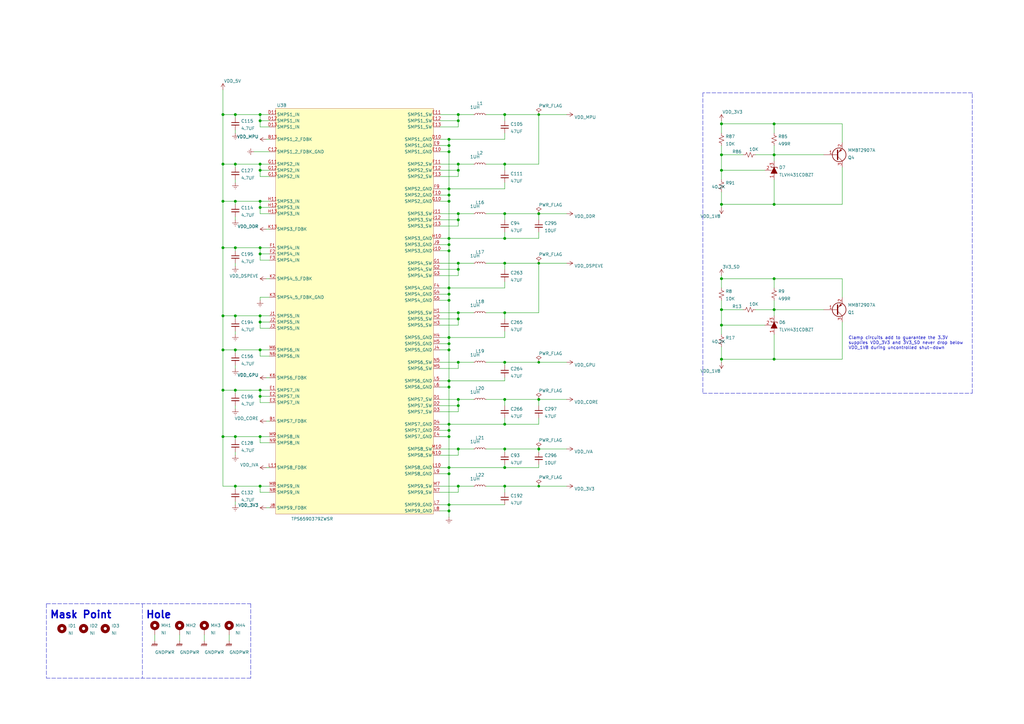
<source format=kicad_sch>
(kicad_sch (version 20210126) (generator eeschema)
  (paper "A3")
  (title_block (title "BeagleBone AI AM57x") (date "2021-01-15") (rev "Kicad-A1") (company "KiCad Services Corporation"))
  (junction (at 91.44 46.99) (diameter 1.016))
  (junction (at 91.44 67.31) (diameter 1.016))
  (junction (at 91.44 82.55) (diameter 1.016))
  (junction (at 91.44 101.6) (diameter 1.016))
  (junction (at 91.44 129.54) (diameter 1.016))
  (junction (at 91.44 143.51) (diameter 1.016))
  (junction (at 91.44 160.02) (diameter 1.016))
  (junction (at 91.44 179.07) (diameter 1.016))
  (junction (at 96.52 46.99) (diameter 1.016))
  (junction (at 96.52 67.31) (diameter 1.016))
  (junction (at 96.52 82.55) (diameter 1.016))
  (junction (at 96.52 101.6) (diameter 1.016))
  (junction (at 96.52 129.54) (diameter 1.016))
  (junction (at 96.52 143.51) (diameter 1.016))
  (junction (at 96.52 160.02) (diameter 1.016))
  (junction (at 96.52 179.07) (diameter 1.016))
  (junction (at 96.52 199.39) (diameter 1.016))
  (junction (at 106.68 46.99) (diameter 1.016))
  (junction (at 106.68 49.53) (diameter 1.016))
  (junction (at 106.68 67.31) (diameter 1.016))
  (junction (at 106.68 69.85) (diameter 1.016))
  (junction (at 106.68 82.55) (diameter 1.016))
  (junction (at 106.68 85.09) (diameter 1.016))
  (junction (at 106.68 101.6) (diameter 1.016))
  (junction (at 106.68 104.14) (diameter 1.016))
  (junction (at 106.68 129.54) (diameter 1.016))
  (junction (at 106.68 132.08) (diameter 1.016))
  (junction (at 106.68 143.51) (diameter 1.016))
  (junction (at 106.68 160.02) (diameter 1.016))
  (junction (at 106.68 162.56) (diameter 1.016))
  (junction (at 106.68 179.07) (diameter 1.016))
  (junction (at 106.68 199.39) (diameter 1.016))
  (junction (at 184.15 57.15) (diameter 1.016))
  (junction (at 184.15 59.69) (diameter 1.016))
  (junction (at 184.15 62.23) (diameter 1.016))
  (junction (at 184.15 77.47) (diameter 1.016))
  (junction (at 184.15 80.01) (diameter 1.016))
  (junction (at 184.15 82.55) (diameter 1.016))
  (junction (at 184.15 97.79) (diameter 1.016))
  (junction (at 184.15 100.33) (diameter 1.016))
  (junction (at 184.15 102.87) (diameter 1.016))
  (junction (at 184.15 118.11) (diameter 1.016))
  (junction (at 184.15 120.65) (diameter 1.016))
  (junction (at 184.15 123.19) (diameter 1.016))
  (junction (at 184.15 138.43) (diameter 1.016))
  (junction (at 184.15 140.97) (diameter 1.016))
  (junction (at 184.15 143.51) (diameter 1.016))
  (junction (at 184.15 156.21) (diameter 1.016))
  (junction (at 184.15 158.75) (diameter 1.016))
  (junction (at 184.15 173.99) (diameter 1.016))
  (junction (at 184.15 176.53) (diameter 1.016))
  (junction (at 184.15 179.07) (diameter 1.016))
  (junction (at 184.15 191.77) (diameter 1.016))
  (junction (at 184.15 194.31) (diameter 1.016))
  (junction (at 184.15 207.01) (diameter 1.016))
  (junction (at 184.15 209.55) (diameter 1.016))
  (junction (at 187.96 46.99) (diameter 1.016))
  (junction (at 187.96 49.53) (diameter 1.016))
  (junction (at 187.96 67.31) (diameter 1.016))
  (junction (at 187.96 69.85) (diameter 1.016))
  (junction (at 187.96 87.63) (diameter 1.016))
  (junction (at 187.96 90.17) (diameter 1.016))
  (junction (at 187.96 107.95) (diameter 1.016))
  (junction (at 187.96 110.49) (diameter 1.016))
  (junction (at 187.96 128.27) (diameter 1.016))
  (junction (at 187.96 130.81) (diameter 1.016))
  (junction (at 187.96 148.59) (diameter 1.016))
  (junction (at 187.96 163.83) (diameter 1.016))
  (junction (at 187.96 166.37) (diameter 1.016))
  (junction (at 187.96 184.15) (diameter 1.016))
  (junction (at 187.96 199.39) (diameter 1.016))
  (junction (at 207.01 46.99) (diameter 1.016))
  (junction (at 207.01 67.31) (diameter 1.016))
  (junction (at 207.01 87.63) (diameter 1.016))
  (junction (at 207.01 97.79) (diameter 1.016))
  (junction (at 207.01 107.95) (diameter 1.016))
  (junction (at 207.01 128.27) (diameter 1.016))
  (junction (at 207.01 148.59) (diameter 1.016))
  (junction (at 207.01 163.83) (diameter 1.016))
  (junction (at 207.01 173.99) (diameter 1.016))
  (junction (at 207.01 184.15) (diameter 1.016))
  (junction (at 207.01 191.77) (diameter 1.016))
  (junction (at 207.01 199.39) (diameter 1.016))
  (junction (at 220.98 46.99) (diameter 0.9144))
  (junction (at 220.98 87.63) (diameter 1.016))
  (junction (at 220.98 107.95) (diameter 0.9144))
  (junction (at 220.98 148.59) (diameter 0.9144))
  (junction (at 220.98 163.83) (diameter 1.016))
  (junction (at 220.98 184.15) (diameter 1.016))
  (junction (at 220.98 199.39) (diameter 0.9144))
  (junction (at 295.91 50.8) (diameter 1.016))
  (junction (at 295.91 63.5) (diameter 1.016))
  (junction (at 295.91 69.85) (diameter 1.016))
  (junction (at 295.91 83.82) (diameter 1.016))
  (junction (at 295.91 114.3) (diameter 1.016))
  (junction (at 295.91 127) (diameter 1.016))
  (junction (at 295.91 133.35) (diameter 1.016))
  (junction (at 295.91 147.32) (diameter 1.016))
  (junction (at 317.5 50.8) (diameter 1.016))
  (junction (at 317.5 63.5) (diameter 1.016))
  (junction (at 317.5 83.82) (diameter 1.016))
  (junction (at 317.5 114.3) (diameter 1.016))
  (junction (at 317.5 127) (diameter 1.016))
  (junction (at 317.5 147.32) (diameter 1.016))
  (wire (pts (xy 63.5 260.35) (xy 63.5 262.89)))
  (wire (pts (xy 73.66 260.35) (xy 73.66 262.89)))
  (wire (pts (xy 83.82 260.35) (xy 83.82 262.89)))
  (wire (pts (xy 91.44 46.99) (xy 91.44 36.83)))
  (wire (pts (xy 91.44 67.31) (xy 91.44 46.99)))
  (wire (pts (xy 91.44 82.55) (xy 91.44 67.31)))
  (wire (pts (xy 91.44 101.6) (xy 91.44 82.55)))
  (wire (pts (xy 91.44 129.54) (xy 91.44 101.6)))
  (wire (pts (xy 91.44 143.51) (xy 91.44 129.54)))
  (wire (pts (xy 91.44 160.02) (xy 91.44 143.51)))
  (wire (pts (xy 91.44 179.07) (xy 91.44 160.02)))
  (wire (pts (xy 91.44 199.39) (xy 91.44 179.07)))
  (wire (pts (xy 93.98 260.35) (xy 93.98 262.89)))
  (wire (pts (xy 96.52 46.99) (xy 91.44 46.99)))
  (wire (pts (xy 96.52 46.99) (xy 96.52 48.26)))
  (wire (pts (xy 96.52 53.34) (xy 96.52 54.61)))
  (wire (pts (xy 96.52 67.31) (xy 91.44 67.31)))
  (wire (pts (xy 96.52 67.31) (xy 96.52 68.58)))
  (wire (pts (xy 96.52 73.66) (xy 96.52 74.93)))
  (wire (pts (xy 96.52 82.55) (xy 91.44 82.55)))
  (wire (pts (xy 96.52 82.55) (xy 96.52 83.82)))
  (wire (pts (xy 96.52 88.9) (xy 96.52 90.17)))
  (wire (pts (xy 96.52 101.6) (xy 91.44 101.6)))
  (wire (pts (xy 96.52 101.6) (xy 96.52 102.87)))
  (wire (pts (xy 96.52 107.95) (xy 96.52 109.22)))
  (wire (pts (xy 96.52 129.54) (xy 91.44 129.54)))
  (wire (pts (xy 96.52 129.54) (xy 96.52 130.81)))
  (wire (pts (xy 96.52 135.89) (xy 96.52 137.16)))
  (wire (pts (xy 96.52 143.51) (xy 91.44 143.51)))
  (wire (pts (xy 96.52 143.51) (xy 96.52 144.78)))
  (wire (pts (xy 96.52 149.86) (xy 96.52 151.13)))
  (wire (pts (xy 96.52 160.02) (xy 91.44 160.02)))
  (wire (pts (xy 96.52 160.02) (xy 96.52 161.29)))
  (wire (pts (xy 96.52 166.37) (xy 96.52 167.64)))
  (wire (pts (xy 96.52 179.07) (xy 91.44 179.07)))
  (wire (pts (xy 96.52 179.07) (xy 96.52 180.34)))
  (wire (pts (xy 96.52 185.42) (xy 96.52 186.69)))
  (wire (pts (xy 96.52 199.39) (xy 91.44 199.39)))
  (wire (pts (xy 96.52 199.39) (xy 96.52 200.66)))
  (wire (pts (xy 96.52 205.74) (xy 96.52 207.01)))
  (wire (pts (xy 104.14 62.23) (xy 110.49 62.23)))
  (wire (pts (xy 106.68 46.99) (xy 96.52 46.99)))
  (wire (pts (xy 106.68 49.53) (xy 106.68 46.99)))
  (wire (pts (xy 106.68 49.53) (xy 110.49 49.53)))
  (wire (pts (xy 106.68 52.07) (xy 106.68 49.53)))
  (wire (pts (xy 106.68 67.31) (xy 96.52 67.31)))
  (wire (pts (xy 106.68 69.85) (xy 106.68 67.31)))
  (wire (pts (xy 106.68 69.85) (xy 110.49 69.85)))
  (wire (pts (xy 106.68 72.39) (xy 106.68 69.85)))
  (wire (pts (xy 106.68 82.55) (xy 96.52 82.55)))
  (wire (pts (xy 106.68 85.09) (xy 106.68 82.55)))
  (wire (pts (xy 106.68 85.09) (xy 110.49 85.09)))
  (wire (pts (xy 106.68 87.63) (xy 106.68 85.09)))
  (wire (pts (xy 106.68 101.6) (xy 96.52 101.6)))
  (wire (pts (xy 106.68 104.14) (xy 106.68 101.6)))
  (wire (pts (xy 106.68 104.14) (xy 110.49 104.14)))
  (wire (pts (xy 106.68 106.68) (xy 106.68 104.14)))
  (wire (pts (xy 106.68 121.92) (xy 106.68 123.19)))
  (wire (pts (xy 106.68 129.54) (xy 96.52 129.54)))
  (wire (pts (xy 106.68 132.08) (xy 106.68 129.54)))
  (wire (pts (xy 106.68 132.08) (xy 110.49 132.08)))
  (wire (pts (xy 106.68 134.62) (xy 106.68 132.08)))
  (wire (pts (xy 106.68 143.51) (xy 96.52 143.51)))
  (wire (pts (xy 106.68 146.05) (xy 106.68 143.51)))
  (wire (pts (xy 106.68 160.02) (xy 96.52 160.02)))
  (wire (pts (xy 106.68 162.56) (xy 106.68 160.02)))
  (wire (pts (xy 106.68 162.56) (xy 110.49 162.56)))
  (wire (pts (xy 106.68 165.1) (xy 106.68 162.56)))
  (wire (pts (xy 106.68 179.07) (xy 96.52 179.07)))
  (wire (pts (xy 106.68 181.61) (xy 106.68 179.07)))
  (wire (pts (xy 106.68 199.39) (xy 96.52 199.39)))
  (wire (pts (xy 106.68 201.93) (xy 106.68 199.39)))
  (wire (pts (xy 109.22 57.15) (xy 110.49 57.15)))
  (wire (pts (xy 109.22 93.98) (xy 110.49 93.98)))
  (wire (pts (xy 109.22 114.3) (xy 110.49 114.3)))
  (wire (pts (xy 109.22 154.94) (xy 110.49 154.94)))
  (wire (pts (xy 109.22 172.72) (xy 110.49 172.72)))
  (wire (pts (xy 109.22 191.77) (xy 110.49 191.77)))
  (wire (pts (xy 109.22 208.28) (xy 110.49 208.28)))
  (wire (pts (xy 110.49 46.99) (xy 106.68 46.99)))
  (wire (pts (xy 110.49 52.07) (xy 106.68 52.07)))
  (wire (pts (xy 110.49 67.31) (xy 106.68 67.31)))
  (wire (pts (xy 110.49 72.39) (xy 106.68 72.39)))
  (wire (pts (xy 110.49 82.55) (xy 106.68 82.55)))
  (wire (pts (xy 110.49 87.63) (xy 106.68 87.63)))
  (wire (pts (xy 110.49 101.6) (xy 106.68 101.6)))
  (wire (pts (xy 110.49 106.68) (xy 106.68 106.68)))
  (wire (pts (xy 110.49 121.92) (xy 106.68 121.92)))
  (wire (pts (xy 110.49 129.54) (xy 106.68 129.54)))
  (wire (pts (xy 110.49 134.62) (xy 106.68 134.62)))
  (wire (pts (xy 110.49 143.51) (xy 106.68 143.51)))
  (wire (pts (xy 110.49 146.05) (xy 106.68 146.05)))
  (wire (pts (xy 110.49 160.02) (xy 106.68 160.02)))
  (wire (pts (xy 110.49 165.1) (xy 106.68 165.1)))
  (wire (pts (xy 110.49 179.07) (xy 106.68 179.07)))
  (wire (pts (xy 110.49 181.61) (xy 106.68 181.61)))
  (wire (pts (xy 110.49 199.39) (xy 106.68 199.39)))
  (wire (pts (xy 110.49 201.93) (xy 106.68 201.93)))
  (wire (pts (xy 180.34 46.99) (xy 187.96 46.99)))
  (wire (pts (xy 180.34 49.53) (xy 187.96 49.53)))
  (wire (pts (xy 180.34 52.07) (xy 187.96 52.07)))
  (wire (pts (xy 180.34 57.15) (xy 184.15 57.15)))
  (wire (pts (xy 180.34 59.69) (xy 184.15 59.69)))
  (wire (pts (xy 180.34 62.23) (xy 184.15 62.23)))
  (wire (pts (xy 180.34 67.31) (xy 187.96 67.31)))
  (wire (pts (xy 180.34 69.85) (xy 187.96 69.85)))
  (wire (pts (xy 180.34 72.39) (xy 187.96 72.39)))
  (wire (pts (xy 180.34 77.47) (xy 184.15 77.47)))
  (wire (pts (xy 180.34 80.01) (xy 184.15 80.01)))
  (wire (pts (xy 180.34 82.55) (xy 184.15 82.55)))
  (wire (pts (xy 180.34 87.63) (xy 187.96 87.63)))
  (wire (pts (xy 180.34 90.17) (xy 187.96 90.17)))
  (wire (pts (xy 180.34 92.71) (xy 187.96 92.71)))
  (wire (pts (xy 180.34 97.79) (xy 184.15 97.79)))
  (wire (pts (xy 180.34 100.33) (xy 184.15 100.33)))
  (wire (pts (xy 180.34 102.87) (xy 184.15 102.87)))
  (wire (pts (xy 180.34 107.95) (xy 187.96 107.95)))
  (wire (pts (xy 180.34 110.49) (xy 187.96 110.49)))
  (wire (pts (xy 180.34 113.03) (xy 187.96 113.03)))
  (wire (pts (xy 180.34 118.11) (xy 184.15 118.11)))
  (wire (pts (xy 180.34 120.65) (xy 184.15 120.65)))
  (wire (pts (xy 180.34 123.19) (xy 184.15 123.19)))
  (wire (pts (xy 180.34 128.27) (xy 187.96 128.27)))
  (wire (pts (xy 180.34 130.81) (xy 187.96 130.81)))
  (wire (pts (xy 180.34 133.35) (xy 187.96 133.35)))
  (wire (pts (xy 180.34 138.43) (xy 184.15 138.43)))
  (wire (pts (xy 180.34 140.97) (xy 184.15 140.97)))
  (wire (pts (xy 180.34 143.51) (xy 184.15 143.51)))
  (wire (pts (xy 180.34 148.59) (xy 187.96 148.59)))
  (wire (pts (xy 180.34 151.13) (xy 187.96 151.13)))
  (wire (pts (xy 180.34 156.21) (xy 184.15 156.21)))
  (wire (pts (xy 180.34 158.75) (xy 184.15 158.75)))
  (wire (pts (xy 180.34 163.83) (xy 187.96 163.83)))
  (wire (pts (xy 180.34 166.37) (xy 187.96 166.37)))
  (wire (pts (xy 180.34 168.91) (xy 187.96 168.91)))
  (wire (pts (xy 180.34 173.99) (xy 184.15 173.99)))
  (wire (pts (xy 180.34 176.53) (xy 184.15 176.53)))
  (wire (pts (xy 180.34 179.07) (xy 184.15 179.07)))
  (wire (pts (xy 180.34 184.15) (xy 187.96 184.15)))
  (wire (pts (xy 180.34 186.69) (xy 187.96 186.69)))
  (wire (pts (xy 180.34 191.77) (xy 184.15 191.77)))
  (wire (pts (xy 180.34 194.31) (xy 184.15 194.31)))
  (wire (pts (xy 180.34 199.39) (xy 187.96 199.39)))
  (wire (pts (xy 180.34 201.93) (xy 187.96 201.93)))
  (wire (pts (xy 180.34 207.01) (xy 184.15 207.01)))
  (wire (pts (xy 180.34 209.55) (xy 184.15 209.55)))
  (wire (pts (xy 184.15 57.15) (xy 184.15 59.69)))
  (wire (pts (xy 184.15 57.15) (xy 207.01 57.15)))
  (wire (pts (xy 184.15 59.69) (xy 184.15 62.23)))
  (wire (pts (xy 184.15 62.23) (xy 184.15 77.47)))
  (wire (pts (xy 184.15 77.47) (xy 184.15 80.01)))
  (wire (pts (xy 184.15 80.01) (xy 184.15 82.55)))
  (wire (pts (xy 184.15 82.55) (xy 184.15 97.79)))
  (wire (pts (xy 184.15 97.79) (xy 184.15 100.33)))
  (wire (pts (xy 184.15 97.79) (xy 207.01 97.79)))
  (wire (pts (xy 184.15 100.33) (xy 184.15 102.87)))
  (wire (pts (xy 184.15 102.87) (xy 184.15 118.11)))
  (wire (pts (xy 184.15 118.11) (xy 184.15 120.65)))
  (wire (pts (xy 184.15 118.11) (xy 207.01 118.11)))
  (wire (pts (xy 184.15 120.65) (xy 184.15 123.19)))
  (wire (pts (xy 184.15 123.19) (xy 184.15 138.43)))
  (wire (pts (xy 184.15 138.43) (xy 184.15 140.97)))
  (wire (pts (xy 184.15 138.43) (xy 207.01 138.43)))
  (wire (pts (xy 184.15 140.97) (xy 184.15 143.51)))
  (wire (pts (xy 184.15 143.51) (xy 184.15 156.21)))
  (wire (pts (xy 184.15 156.21) (xy 184.15 158.75)))
  (wire (pts (xy 184.15 156.21) (xy 207.01 156.21)))
  (wire (pts (xy 184.15 158.75) (xy 184.15 173.99)))
  (wire (pts (xy 184.15 173.99) (xy 184.15 176.53)))
  (wire (pts (xy 184.15 173.99) (xy 207.01 173.99)))
  (wire (pts (xy 184.15 176.53) (xy 184.15 179.07)))
  (wire (pts (xy 184.15 179.07) (xy 184.15 191.77)))
  (wire (pts (xy 184.15 191.77) (xy 184.15 194.31)))
  (wire (pts (xy 184.15 191.77) (xy 207.01 191.77)))
  (wire (pts (xy 184.15 194.31) (xy 184.15 207.01)))
  (wire (pts (xy 184.15 207.01) (xy 207.01 207.01)))
  (wire (pts (xy 184.15 209.55) (xy 184.15 207.01)))
  (wire (pts (xy 184.15 209.55) (xy 184.15 212.09)))
  (wire (pts (xy 187.96 46.99) (xy 194.31 46.99)))
  (wire (pts (xy 187.96 49.53) (xy 187.96 46.99)))
  (wire (pts (xy 187.96 52.07) (xy 187.96 49.53)))
  (wire (pts (xy 187.96 67.31) (xy 194.31 67.31)))
  (wire (pts (xy 187.96 69.85) (xy 187.96 67.31)))
  (wire (pts (xy 187.96 72.39) (xy 187.96 69.85)))
  (wire (pts (xy 187.96 87.63) (xy 194.31 87.63)))
  (wire (pts (xy 187.96 90.17) (xy 187.96 87.63)))
  (wire (pts (xy 187.96 92.71) (xy 187.96 90.17)))
  (wire (pts (xy 187.96 107.95) (xy 194.31 107.95)))
  (wire (pts (xy 187.96 110.49) (xy 187.96 107.95)))
  (wire (pts (xy 187.96 113.03) (xy 187.96 110.49)))
  (wire (pts (xy 187.96 128.27) (xy 194.31 128.27)))
  (wire (pts (xy 187.96 130.81) (xy 187.96 128.27)))
  (wire (pts (xy 187.96 133.35) (xy 187.96 130.81)))
  (wire (pts (xy 187.96 148.59) (xy 194.31 148.59)))
  (wire (pts (xy 187.96 151.13) (xy 187.96 148.59)))
  (wire (pts (xy 187.96 163.83) (xy 194.31 163.83)))
  (wire (pts (xy 187.96 166.37) (xy 187.96 163.83)))
  (wire (pts (xy 187.96 168.91) (xy 187.96 166.37)))
  (wire (pts (xy 187.96 184.15) (xy 194.31 184.15)))
  (wire (pts (xy 187.96 186.69) (xy 187.96 184.15)))
  (wire (pts (xy 187.96 199.39) (xy 194.31 199.39)))
  (wire (pts (xy 187.96 201.93) (xy 187.96 199.39)))
  (wire (pts (xy 199.39 46.99) (xy 207.01 46.99)))
  (wire (pts (xy 199.39 67.31) (xy 207.01 67.31)))
  (wire (pts (xy 199.39 87.63) (xy 207.01 87.63)))
  (wire (pts (xy 199.39 107.95) (xy 207.01 107.95)))
  (wire (pts (xy 199.39 128.27) (xy 207.01 128.27)))
  (wire (pts (xy 199.39 148.59) (xy 207.01 148.59)))
  (wire (pts (xy 199.39 163.83) (xy 207.01 163.83)))
  (wire (pts (xy 199.39 184.15) (xy 207.01 184.15)))
  (wire (pts (xy 199.39 199.39) (xy 207.01 199.39)))
  (wire (pts (xy 207.01 46.99) (xy 207.01 49.53)))
  (wire (pts (xy 207.01 46.99) (xy 220.98 46.99)))
  (wire (pts (xy 207.01 57.15) (xy 207.01 54.61)))
  (wire (pts (xy 207.01 67.31) (xy 207.01 69.85)))
  (wire (pts (xy 207.01 67.31) (xy 220.98 67.31)))
  (wire (pts (xy 207.01 74.93) (xy 207.01 77.47)))
  (wire (pts (xy 207.01 77.47) (xy 184.15 77.47)))
  (wire (pts (xy 207.01 87.63) (xy 207.01 90.17)))
  (wire (pts (xy 207.01 87.63) (xy 220.98 87.63)))
  (wire (pts (xy 207.01 95.25) (xy 207.01 97.79)))
  (wire (pts (xy 207.01 107.95) (xy 207.01 110.49)))
  (wire (pts (xy 207.01 107.95) (xy 220.98 107.95)))
  (wire (pts (xy 207.01 118.11) (xy 207.01 115.57)))
  (wire (pts (xy 207.01 128.27) (xy 207.01 130.81)))
  (wire (pts (xy 207.01 128.27) (xy 220.98 128.27)))
  (wire (pts (xy 207.01 138.43) (xy 207.01 135.89)))
  (wire (pts (xy 207.01 148.59) (xy 207.01 149.86)))
  (wire (pts (xy 207.01 148.59) (xy 220.98 148.59)))
  (wire (pts (xy 207.01 154.94) (xy 207.01 156.21)))
  (wire (pts (xy 207.01 163.83) (xy 207.01 166.37)))
  (wire (pts (xy 207.01 163.83) (xy 220.98 163.83)))
  (wire (pts (xy 207.01 173.99) (xy 207.01 171.45)))
  (wire (pts (xy 207.01 184.15) (xy 207.01 185.42)))
  (wire (pts (xy 207.01 184.15) (xy 220.98 184.15)))
  (wire (pts (xy 207.01 190.5) (xy 207.01 191.77)))
  (wire (pts (xy 207.01 199.39) (xy 207.01 201.93)))
  (wire (pts (xy 207.01 199.39) (xy 220.98 199.39)))
  (wire (pts (xy 220.98 46.99) (xy 220.98 67.31)))
  (wire (pts (xy 220.98 46.99) (xy 232.41 46.99)))
  (wire (pts (xy 220.98 87.63) (xy 220.98 90.17)))
  (wire (pts (xy 220.98 87.63) (xy 232.41 87.63)))
  (wire (pts (xy 220.98 95.25) (xy 220.98 97.79)))
  (wire (pts (xy 220.98 97.79) (xy 207.01 97.79)))
  (wire (pts (xy 220.98 107.95) (xy 232.41 107.95)))
  (wire (pts (xy 220.98 128.27) (xy 220.98 107.95)))
  (wire (pts (xy 220.98 148.59) (xy 232.41 148.59)))
  (wire (pts (xy 220.98 163.83) (xy 220.98 166.37)))
  (wire (pts (xy 220.98 163.83) (xy 232.41 163.83)))
  (wire (pts (xy 220.98 171.45) (xy 220.98 173.99)))
  (wire (pts (xy 220.98 173.99) (xy 207.01 173.99)))
  (wire (pts (xy 220.98 184.15) (xy 220.98 185.42)))
  (wire (pts (xy 220.98 184.15) (xy 232.41 184.15)))
  (wire (pts (xy 220.98 190.5) (xy 220.98 191.77)))
  (wire (pts (xy 220.98 191.77) (xy 207.01 191.77)))
  (wire (pts (xy 220.98 199.39) (xy 232.41 199.39)))
  (wire (pts (xy 295.91 49.53) (xy 295.91 50.8)))
  (wire (pts (xy 295.91 50.8) (xy 295.91 54.61)))
  (wire (pts (xy 295.91 59.69) (xy 295.91 63.5)))
  (wire (pts (xy 295.91 63.5) (xy 295.91 69.85)))
  (wire (pts (xy 295.91 63.5) (xy 304.8 63.5)))
  (wire (pts (xy 295.91 69.85) (xy 295.91 73.66)))
  (wire (pts (xy 295.91 69.85) (xy 313.69 69.85)))
  (wire (pts (xy 295.91 83.82) (xy 295.91 78.74)))
  (wire (pts (xy 295.91 83.82) (xy 295.91 85.09)))
  (wire (pts (xy 295.91 113.03) (xy 295.91 114.3)))
  (wire (pts (xy 295.91 114.3) (xy 295.91 118.11)))
  (wire (pts (xy 295.91 123.19) (xy 295.91 127)))
  (wire (pts (xy 295.91 127) (xy 295.91 133.35)))
  (wire (pts (xy 295.91 127) (xy 304.8 127)))
  (wire (pts (xy 295.91 133.35) (xy 295.91 137.16)))
  (wire (pts (xy 295.91 133.35) (xy 313.69 133.35)))
  (wire (pts (xy 295.91 147.32) (xy 295.91 142.24)))
  (wire (pts (xy 295.91 147.32) (xy 295.91 148.59)))
  (wire (pts (xy 309.88 63.5) (xy 317.5 63.5)))
  (wire (pts (xy 309.88 127) (xy 317.5 127)))
  (wire (pts (xy 317.5 50.8) (xy 295.91 50.8)))
  (wire (pts (xy 317.5 54.61) (xy 317.5 50.8)))
  (wire (pts (xy 317.5 63.5) (xy 317.5 59.69)))
  (wire (pts (xy 317.5 63.5) (xy 317.5 66.04)))
  (wire (pts (xy 317.5 63.5) (xy 337.82 63.5)))
  (wire (pts (xy 317.5 73.66) (xy 317.5 83.82)))
  (wire (pts (xy 317.5 83.82) (xy 295.91 83.82)))
  (wire (pts (xy 317.5 114.3) (xy 295.91 114.3)))
  (wire (pts (xy 317.5 118.11) (xy 317.5 114.3)))
  (wire (pts (xy 317.5 127) (xy 317.5 123.19)))
  (wire (pts (xy 317.5 127) (xy 317.5 129.54)))
  (wire (pts (xy 317.5 127) (xy 337.82 127)))
  (wire (pts (xy 317.5 137.16) (xy 317.5 147.32)))
  (wire (pts (xy 317.5 147.32) (xy 295.91 147.32)))
  (wire (pts (xy 345.44 50.8) (xy 317.5 50.8)))
  (wire (pts (xy 345.44 58.42) (xy 345.44 50.8)))
  (wire (pts (xy 345.44 68.58) (xy 345.44 83.82)))
  (wire (pts (xy 345.44 83.82) (xy 317.5 83.82)))
  (wire (pts (xy 345.44 114.3) (xy 317.5 114.3)))
  (wire (pts (xy 345.44 121.92) (xy 345.44 114.3)))
  (wire (pts (xy 345.44 132.08) (xy 345.44 147.32)))
  (wire (pts (xy 345.44 147.32) (xy 317.5 147.32)))
  (polyline (pts (xy 19.05 247.65) (xy 19.05 278.13)) (stroke (width 0) (type dash)))
  (polyline (pts (xy 19.05 247.65) (xy 102.87 247.65)) (stroke (width 0) (type dash)))
  (polyline (pts (xy 58.42 247.65) (xy 58.42 278.13)) (stroke (width 0) (type dash)))
  (polyline (pts (xy 102.87 247.65) (xy 102.87 278.13)) (stroke (width 0) (type dash)))
  (polyline (pts (xy 102.87 278.13) (xy 19.05 278.13)) (stroke (width 0) (type dash)))
  (polyline (pts (xy 288.29 38.1) (xy 288.29 161.29)) (stroke (width 0) (type dash)))
  (polyline (pts (xy 288.29 161.29) (xy 398.78 161.29)) (stroke (width 0) (type dash)))
  (polyline (pts (xy 398.78 38.1) (xy 288.29 38.1)) (stroke (width 0) (type dash)))
  (polyline (pts (xy 398.78 161.29) (xy 398.78 38.1)) (stroke (width 0) (type dash)))
  (text "Mask Point" (at 20.32 254 0) (effects (font (size 3 3) (thickness 0.6) bold) (justify left bottom)))
  (text "Hole" (at 59.69 254 0) (effects (font (size 3 3) (thickness 0.6) bold) (justify left bottom)))
  (text "Clamp circuits add to guarantee the 3.3V\nsupplies VDD_3V3 and 3V3_SD never drop below\nVDD_1V8 during uncontrolled shut-down" (at 347.98 143.51 0) (effects (font (size 1.27 1.27)) (justify left bottom)))
  (symbol (lib_id "Device:L_Small") (at 196.85 46.99 90) (unit 1)
    (property "Reference" "L1" (at 196.85 42.399 90))
    (property "Value" "1UH" (at 196.85 44.6975 90) (effects (justify left top)))
    (property "Footprint" "beaglebone-ai:L40X40_B" (effects hide))
    (property "Description" "Power Inductor,Magnetic shielded,1uH,idc4.5A,27mohm,4.3x4.0x2.0mm,20%,SMD,TR" (effects hide))
    (property "Manufacturer P/N" "SP04O203M1U" (effects hide))
    (property "MANUFACTURER" "GAUSSTEK" (effects hide))
  )
  (symbol (lib_id "Device:L_Small") (at 196.85 67.31 90) (unit 1)
    (property "Reference" "L2" (at 196.85 62.719 90))
    (property "Value" "1UH" (at 196.85 65.0175 90) (effects (justify left top)))
    (property "Footprint" "beaglebone-ai:L40X40_B" (effects hide))
    (property "Description" "Power Inductor,Magnetic shielded,1uH,idc4.5A,27mohm,4.3x4.0x2.0mm,20%,SMD,TR" (effects hide))
    (property "Manufacturer P/N" "SP04O203M1U" (effects hide))
    (property "MANUFACTURER" "GAUSSTEK" (effects hide))
  )
  (symbol (lib_id "Device:L_Small") (at 196.85 87.63 90) (unit 1)
    (property "Reference" "L16" (at 196.85 83.039 90))
    (property "Value" "1UH" (at 196.85 85.3375 90) (effects (justify left top)))
    (property "Footprint" "beaglebone-ai:INDPW250X200X105N" (effects hide))
    (property "Description" "SMD Power Inductors 1uH +/-20%;-25C to +125C SATURATION CURRENT 3.1A;DCR 85m;Size:2.5*2.0*1.05mm " (effects hide))
    (property "Manufacturer P/N" "DI20A102M1U" (effects hide))
    (property "MANUFACTURER" "Gausstek" (effects hide))
  )
  (symbol (lib_id "Device:L_Small") (at 196.85 107.95 90) (unit 1)
    (property "Reference" "L17" (at 196.85 103.359 90))
    (property "Value" "1UH" (at 196.85 105.6575 90) (effects (justify left top)))
    (property "Footprint" "beaglebone-ai:INDPW250X200X105N" (effects hide))
    (property "Description" "SMD Power Inductors 1uH +/-20%;-25C to +125C SATURATION CURRENT 3.1A;DCR 85m;Size:2.5*2.0*1.05mm " (effects hide))
    (property "Manufacturer P/N" "DI20A102M1U" (effects hide))
    (property "MANUFACTURER" "Gausstek" (effects hide))
  )
  (symbol (lib_id "Device:L_Small") (at 196.85 128.27 90) (unit 1)
    (property "Reference" "L18" (at 196.85 123.679 90))
    (property "Value" "1UH" (at 196.85 125.9775 90) (effects (justify left top)))
    (property "Footprint" "beaglebone-ai:INDPW250X200X105N" (effects hide))
    (property "Description" "SMD Power Inductors 1uH +/-20%;-25C to +125C SATURATION CURRENT 3.1A;DCR 85m;Size:2.5*2.0*1.05mm " (effects hide))
    (property "Manufacturer P/N" "DI20A102M1U" (effects hide))
    (property "MANUFACTURER" "Gausstek" (effects hide))
  )
  (symbol (lib_id "Device:L_Small") (at 196.85 148.59 90) (unit 1)
    (property "Reference" "L19" (at 196.85 143.999 90))
    (property "Value" "1UH" (at 196.85 146.2975 90) (effects (justify left top)))
    (property "Footprint" "beaglebone-ai:INDPW250X200X105N" (effects hide))
    (property "Description" "SMD Power Inductors 1uH +/-20%;-25C to +125C SATURATION CURRENT 3.1A;DCR 85m;Size:2.5*2.0*1.05mm " (effects hide))
    (property "Manufacturer P/N" "DI20A102M1U" (effects hide))
    (property "MANUFACTURER" "Gausstek" (effects hide))
  )
  (symbol (lib_id "Device:L_Small") (at 196.85 163.83 90) (unit 1)
    (property "Reference" "L20" (at 196.85 159.239 90))
    (property "Value" "1UH" (at 196.85 161.5375 90) (effects (justify left top)))
    (property "Footprint" "beaglebone-ai:INDPW250X200X105N" (effects hide))
    (property "Description" "SMD Power Inductors 1uH +/-20%;-25C to +125C SATURATION CURRENT 3.1A;DCR 85m;Size:2.5*2.0*1.05mm " (effects hide))
    (property "Manufacturer P/N" "DI20A102M1U" (effects hide))
    (property "MANUFACTURER" "Gausstek" (effects hide))
  )
  (symbol (lib_id "Device:L_Small") (at 196.85 184.15 90) (unit 1)
    (property "Reference" "L21" (at 196.85 179.559 90))
    (property "Value" "1UH" (at 196.85 181.8575 90) (effects (justify left top)))
    (property "Footprint" "beaglebone-ai:INDPW250X200X105N" (effects hide))
    (property "Description" "SMD Power Inductors 1uH +/-20%;-25C to +125C SATURATION CURRENT 3.1A;DCR 85m;Size:2.5*2.0*1.05mm " (effects hide))
    (property "Manufacturer P/N" "DI20A102M1U" (effects hide))
    (property "MANUFACTURER" "Gausstek" (effects hide))
  )
  (symbol (lib_id "Device:L_Small") (at 196.85 199.39 90) (unit 1)
    (property "Reference" "L22" (at 196.85 194.799 90))
    (property "Value" "1UH" (at 196.85 197.0975 90) (effects (justify left top)))
    (property "Footprint" "beaglebone-ai:INDPW250X200X105N" (effects hide))
    (property "Description" "SMD Power Inductors 1uH +/-20%;-25C to +125C SATURATION CURRENT 3.1A;DCR 85m;Size:2.5*2.0*1.05mm " (effects hide))
    (property "Manufacturer P/N" "DI20A102M1U" (effects hide))
    (property "MANUFACTURER" "Gausstek" (effects hide))
  )
  (symbol (lib_id "power:PWR_FLAG") (at 220.98 46.99 0) (unit 1)
    (property "Reference" "#FLG0114" (effects hide))
    (property "Value" "PWR_FLAG" (at 220.98 42.6656 0) (effects (justify left top)))
  )
  (symbol (lib_id "power:PWR_FLAG") (at 220.98 87.63 0) (unit 1)
    (property "Reference" "#FLG0108" (effects hide))
    (property "Value" "PWR_FLAG" (at 220.98 83.3056 0) (effects (justify left top)))
  )
  (symbol (lib_id "power:PWR_FLAG") (at 220.98 107.95 0) (unit 1)
    (property "Reference" "#FLG0109" (effects hide))
    (property "Value" "PWR_FLAG" (at 220.98 103.6256 0) (effects (justify left top)))
  )
  (symbol (lib_id "power:PWR_FLAG") (at 220.98 148.59 0) (unit 1)
    (property "Reference" "#FLG0113" (effects hide))
    (property "Value" "PWR_FLAG" (at 220.98 144.2656 0) (effects (justify left top)))
  )
  (symbol (lib_id "power:PWR_FLAG") (at 220.98 163.83 0) (unit 1)
    (property "Reference" "#FLG0111" (effects hide))
    (property "Value" "PWR_FLAG" (at 220.98 159.5056 0) (effects (justify left top)))
  )
  (symbol (lib_id "power:PWR_FLAG") (at 220.98 184.15 0) (unit 1)
    (property "Reference" "#FLG0112" (effects hide))
    (property "Value" "PWR_FLAG" (at 220.98 179.8256 0) (effects (justify left top)))
  )
  (symbol (lib_id "power:PWR_FLAG") (at 220.98 199.39 0) (unit 1)
    (property "Reference" "#FLG0110" (effects hide))
    (property "Value" "PWR_FLAG" (at 220.98 195.0656 0) (effects (justify left top)))
  )
  (symbol (lib_id "beaglebone-ai:VDD_5V") (at 91.44 36.83 0) (unit 1)
    (property "Reference" "#PWR0122" (effects hide))
    (property "Value" "VDD_5V" (at 91.8083 32.5056 0) (effects (justify left top)))
  )
  (symbol (lib_id "beaglebone-ai:VDD_MPU") (at 109.22 57.15 90) (unit 1)
    (property "Reference" "#PWR0125" (effects hide))
    (property "Value" "VDD_MPU" (at 106.045 56.7817 90) (effects (justify left top)))
  )
  (symbol (lib_id "beaglebone-ai:VDD_DDR") (at 109.22 93.98 90) (unit 1)
    (property "Reference" "#PWR0116" (effects hide))
    (property "Value" "VDD_DDR" (at 106.0449 93.6117 90) (effects (justify left top)))
  )
  (symbol (lib_id "beaglebone-ai:VDD_DSPEVE") (at 109.22 114.3 90) (unit 1)
    (property "Reference" "#PWR0120" (effects hide))
    (property "Value" "VDD_DSPEVE" (at 106.0449 113.9317 90) (effects (justify left top)))
  )
  (symbol (lib_id "beaglebone-ai:VDD_GPU") (at 109.22 154.94 90) (unit 1)
    (property "Reference" "#PWR0112" (effects hide))
    (property "Value" "VDD_GPU" (at 106.045 154.5717 90) (effects (justify left top)))
  )
  (symbol (lib_id "beaglebone-ai:VDD_CORE") (at 109.22 172.72 90) (unit 1)
    (property "Reference" "#PWR0114" (effects hide))
    (property "Value" "VDD_CORE" (at 106.045 172.3517 90) (effects (justify left top)))
  )
  (symbol (lib_id "beaglebone-ai:VDD_IVA") (at 109.22 191.77 90) (unit 1)
    (property "Reference" "#PWR0110" (effects hide))
    (property "Value" "VDD_IVA" (at 106.045 191.4017 90) (effects (justify left top)))
  )
  (symbol (lib_id "beaglebone-ai:VDD_3V3") (at 109.22 208.28 90) (unit 1)
    (property "Reference" "#PWR0109" (effects hide))
    (property "Value" "VDD_3V3" (at 106.0449 207.9117 90) (effects (justify left top)))
  )
  (symbol (lib_id "beaglebone-ai:VDD_MPU") (at 232.41 46.99 270) (unit 1)
    (property "Reference" "#PWR0107" (effects hide))
    (property "Value" "VDD_MPU" (at 235.5851 47.3583 90) (effects (justify left top)))
  )
  (symbol (lib_id "beaglebone-ai:VDD_DDR") (at 232.41 87.63 270) (unit 1)
    (property "Reference" "#PWR0105" (effects hide))
    (property "Value" "VDD_DDR" (at 235.5851 87.9983 90) (effects (justify left top)))
  )
  (symbol (lib_id "beaglebone-ai:VDD_DSPEVE") (at 232.41 107.95 270) (unit 1)
    (property "Reference" "#PWR0104" (effects hide))
    (property "Value" "VDD_DSPEVE" (at 235.5851 108.3183 90) (effects (justify left top)))
  )
  (symbol (lib_id "beaglebone-ai:VDD_GPU") (at 232.41 148.59 270) (unit 1)
    (property "Reference" "#PWR0106" (effects hide))
    (property "Value" "VDD_GPU" (at 235.5851 148.9583 90) (effects (justify left top)))
  )
  (symbol (lib_id "beaglebone-ai:VDD_CORE") (at 232.41 163.83 270) (unit 1)
    (property "Reference" "#PWR0101" (effects hide))
    (property "Value" "VDD_CORE" (at 235.5851 164.1983 90) (effects (justify left top)))
  )
  (symbol (lib_id "beaglebone-ai:VDD_IVA") (at 232.41 184.15 270) (unit 1)
    (property "Reference" "#PWR0102" (effects hide))
    (property "Value" "VDD_IVA" (at 235.5851 184.5183 90) (effects (justify left top)))
  )
  (symbol (lib_name "beaglebone-ai:VDD_3V3_1") (lib_id "beaglebone-ai:VDD_3V3") (at 232.41 199.39 270) (unit 1)
    (property "Reference" "#PWR0103" (effects hide))
    (property "Value" "VDD_3V3" (at 235.5851 199.7583 90) (effects (justify left top)))
  )
  (symbol (lib_name "beaglebone-ai:VDD_3V3_2") (lib_id "beaglebone-ai:VDD_3V3") (at 295.91 49.53 0) (unit 1)
    (property "Reference" "#PWR0135" (effects hide))
    (property "Value" "VDD_3V3" (at 296.2783 45.2056 0) (effects (justify left top)))
  )
  (symbol (lib_id "beaglebone-ai:VDD_1V8") (at 295.91 85.09 180) (unit 1)
    (property "Reference" "#PWR0134" (effects hide))
    (property "Value" "VDD_1V8" (at 295.5417 89.4144 0) (effects (justify left top)))
  )
  (symbol (lib_id "beaglebone-ai:3V3_SD") (at 295.91 113.03 0) (unit 1)
    (property "Reference" "#PWR0132" (effects hide))
    (property "Value" "3V3_SD" (at 296.2783 108.7056 0) (effects (justify left top)))
  )
  (symbol (lib_id "beaglebone-ai:VDD_1V8") (at 295.91 148.59 180) (unit 1)
    (property "Reference" "#PWR0133" (effects hide))
    (property "Value" "VDD_1V8" (at 295.5417 152.9144 0) (effects (justify left top)))
  )
  (symbol (lib_id "power:GNDPWR") (at 63.5 262.89 0) (unit 1)
    (property "Reference" "#PWR0130" (effects hide))
    (property "Value" "GNDPWR" (at 63.5635 266.808 0) (effects (justify left top)))
  )
  (symbol (lib_id "power:GNDPWR") (at 73.66 262.89 0) (unit 1)
    (property "Reference" "#PWR0131" (effects hide))
    (property "Value" "GNDPWR" (at 73.7235 266.808 0) (effects (justify left top)))
  )
  (symbol (lib_id "power:GNDPWR") (at 83.82 262.89 0) (unit 1)
    (property "Reference" "#PWR0128" (effects hide))
    (property "Value" "GNDPWR" (at 83.8835 266.808 0) (effects (justify left top)))
  )
  (symbol (lib_id "power:GNDPWR") (at 93.98 262.89 0) (unit 1)
    (property "Reference" "#PWR0129" (effects hide))
    (property "Value" "GNDPWR" (at 94.0435 266.808 0) (effects (justify left top)))
  )
  (symbol (lib_id "power:Earth") (at 96.52 54.61 0) (unit 1)
    (property "Reference" "#PWR0123" (effects hide))
    (property "Value" "Earth" (effects hide))
  )
  (symbol (lib_id "power:Earth") (at 96.52 74.93 0) (unit 1)
    (property "Reference" "#PWR0121" (effects hide))
    (property "Value" "Earth" (effects hide))
  )
  (symbol (lib_id "power:Earth") (at 96.52 90.17 0) (unit 1)
    (property "Reference" "#PWR0117" (effects hide))
    (property "Value" "Earth" (effects hide))
  )
  (symbol (lib_id "power:Earth") (at 96.52 109.22 0) (unit 1)
    (property "Reference" "#PWR0119" (effects hide))
    (property "Value" "Earth" (effects hide))
  )
  (symbol (lib_id "power:Earth") (at 96.52 137.16 0) (unit 1)
    (property "Reference" "#PWR0108" (effects hide))
    (property "Value" "Earth" (effects hide))
  )
  (symbol (lib_id "power:Earth") (at 96.52 151.13 0) (unit 1)
    (property "Reference" "#PWR0113" (effects hide))
    (property "Value" "Earth" (effects hide))
  )
  (symbol (lib_id "power:Earth") (at 96.52 167.64 0) (unit 1)
    (property "Reference" "#PWR0115" (effects hide))
    (property "Value" "Earth" (effects hide))
  )
  (symbol (lib_id "power:Earth") (at 96.52 186.69 0) (unit 1)
    (property "Reference" "#PWR0127" (effects hide))
    (property "Value" "Earth" (effects hide))
  )
  (symbol (lib_id "power:Earth") (at 96.52 207.01 0) (unit 1)
    (property "Reference" "#PWR0126" (effects hide))
    (property "Value" "Earth" (effects hide))
  )
  (symbol (lib_id "power:Earth") (at 104.14 62.23 270) (unit 1)
    (property "Reference" "#PWR0124" (effects hide))
    (property "Value" "Earth" (effects hide))
  )
  (symbol (lib_id "power:Earth") (at 106.68 123.19 0) (unit 1)
    (property "Reference" "#PWR0118" (effects hide))
    (property "Value" "Earth" (effects hide))
  )
  (symbol (lib_id "power:Earth") (at 184.15 212.09 0) (unit 1)
    (property "Reference" "#PWR0111" (effects hide))
    (property "Value" "Earth" (effects hide))
  )
  (symbol (lib_id "Device:R_Small_US") (at 295.91 57.15 0) (unit 1)
    (property "Reference" "R87" (at 297.561 56.001 0) (effects (justify left)))
    (property "Value" "10K" (at 297.561 58.299 0) (effects (justify left top)))
    (property "Footprint" "beaglebone-ai:R0402" (effects hide))
    (property "Description" "RES,10K,+/-1%,1/16W,SMD0402" (effects hide))
    (property "Manufacturer" "YAGEO" (effects hide))
    (property "Manufacturer P/N" "RC0402FR-0710KL" (effects hide))
    (property "Rating" "1%" (effects hide))
  )
  (symbol (lib_id "Device:R_Small_US") (at 295.91 76.2 180) (unit 1)
    (property "Reference" "R91" (at 297.561 75.051 0) (effects (justify right)))
    (property "Value" "40.2K" (at 297.561 77.349 0) (effects (justify left top)))
    (property "Footprint" "beaglebone-ai:R0402" (effects hide))
    (property "Description" "RES,40K2,+/-1%,1/16W,SMD0402" (effects hide))
    (property "Manufacturer" "YAGEO" (effects hide))
    (property "Manufacturer P/N" "RC0402FR-0740K2L" (effects hide))
    (property "Rating" "1%" (effects hide))
  )
  (symbol (lib_id "Device:R_Small_US") (at 295.91 120.65 0) (unit 1)
    (property "Reference" "R8" (at 297.561 119.501 0) (effects (justify left)))
    (property "Value" "10K" (at 297.561 121.799 0) (effects (justify left top)))
    (property "Footprint" "beaglebone-ai:R0402" (effects hide))
    (property "Description" "RES,10K,+/-1%,1/16W,SMD0402" (effects hide))
    (property "Manufacturer" "YAGEO" (effects hide))
    (property "Manufacturer P/N" "RC0402FR-0710KL" (effects hide))
    (property "Rating" "1%" (effects hide))
  )
  (symbol (lib_id "Device:R_Small_US") (at 295.91 139.7 180) (unit 1)
    (property "Reference" "R17" (at 297.561 138.551 0) (effects (justify right)))
    (property "Value" "40.2K" (at 297.561 140.849 0) (effects (justify left top)))
    (property "Footprint" "beaglebone-ai:R0402" (effects hide))
    (property "Description" "RES,40K2,+/-1%,1/16W,SMD0402" (effects hide))
    (property "Manufacturer" "YAGEO" (effects hide))
    (property "Manufacturer P/N" "RC0402FR-0740K2L" (effects hide))
    (property "Rating" "1%" (effects hide))
  )
  (symbol (lib_id "Device:R_Small_US") (at 307.34 63.5 90) (unit 1)
    (property "Reference" "R86" (at 302.26 62.211 90))
    (property "Value" "10K" (at 311.15 61.9695 90) (effects (justify left top)))
    (property "Footprint" "beaglebone-ai:R0402" (effects hide))
    (property "Description" "RES,10K,+/-1%,1/16W,SMD0402" (effects hide))
    (property "Manufacturer" "YAGEO" (effects hide))
    (property "Manufacturer P/N" "RC0402FR-0710KL" (effects hide))
    (property "Rating" "1%" (effects hide))
  )
  (symbol (lib_id "Device:R_Small_US") (at 307.34 127 90) (unit 1)
    (property "Reference" "R13" (at 302.26 125.711 90))
    (property "Value" "10K" (at 311.15 125.4695 90) (effects (justify left top)))
    (property "Footprint" "beaglebone-ai:R0402" (effects hide))
    (property "Description" "RES,10K,+/-1%,1/16W,SMD0402" (effects hide))
    (property "Manufacturer" "YAGEO" (effects hide))
    (property "Manufacturer P/N" "RC0402FR-0710KL" (effects hide))
    (property "Rating" "1%" (effects hide))
  )
  (symbol (lib_id "Device:R_Small_US") (at 317.5 57.15 0) (unit 1)
    (property "Reference" "R85" (at 319.151 56.001 0) (effects (justify left)))
    (property "Value" "499R" (at 319.151 58.299 0) (effects (justify left top)))
    (property "Footprint" "beaglebone-ai:R0402" (effects hide))
    (property "Description" "RES,499R,+/-1%,1/16W,SMD0402" (effects hide))
    (property "Manufacturer" "YAGEO" (effects hide))
    (property "Manufacturer P/N" "RC0402FR-07499RL" (effects hide))
    (property "Rating" "1%" (effects hide))
  )
  (symbol (lib_id "Device:R_Small_US") (at 317.5 120.65 0) (unit 1)
    (property "Reference" "R9" (at 319.151 119.501 0) (effects (justify left)))
    (property "Value" "499R" (at 319.151 121.799 0) (effects (justify left top)))
    (property "Footprint" "beaglebone-ai:R0402" (effects hide))
    (property "Description" "RES,499R,+/-1%,1/16W,SMD0402" (effects hide))
    (property "Manufacturer" "YAGEO" (effects hide))
    (property "Manufacturer P/N" "RC0402FR-07499RL" (effects hide))
    (property "Rating" "1%" (effects hide))
  )
  (symbol (lib_id "Mechanical:MountingHole") (at 25.4 257.81 0) (unit 1)
    (property "Reference" "ID1" (at 27.94 256.661 0) (effects (justify left)))
    (property "Value" "NI" (at 27.94 258.959 0) (effects (justify left top)))
    (property "Footprint" "beaglebone-ai:FD40" (effects hide))
    (property "Description" "MARK  point,DIA 40mil" (effects hide))
  )
  (symbol (lib_id "Mechanical:MountingHole") (at 34.29 257.81 0) (unit 1)
    (property "Reference" "ID2" (at 36.83 256.661 0) (effects (justify left)))
    (property "Value" "NI" (at 36.83 258.959 0) (effects (justify left top)))
    (property "Footprint" "beaglebone-ai:FD40" (effects hide))
    (property "Description" "MARK  point,DIA 40mil" (effects hide))
  )
  (symbol (lib_id "Mechanical:MountingHole") (at 43.18 257.81 0) (unit 1)
    (property "Reference" "ID3" (at 45.72 256.661 0) (effects (justify left)))
    (property "Value" "NI" (at 45.7201 258.9593 0) (effects (justify left top)))
    (property "Footprint" "beaglebone-ai:FD40" (effects hide))
    (property "Description" "MARK  point,DIA 40mil" (effects hide))
  )
  (symbol (lib_id "Device:C_Small") (at 96.52 50.8 0) (unit 1)
    (property "Reference" "C115" (at 98.844 49.651 0) (effects (justify left)))
    (property "Value" "4.7UF" (at 98.844 51.949 0) (effects (justify left top)))
    (property "Footprint" "beaglebone-ai:C0603" (effects hide))
    (property "Description" "CAP,4.7UF,+/-10%,X5R,16V,SMD0603" (effects hide))
    (property "Manufacturer" "Murata" (effects hide))
    (property "Manufacturer P/N" "GRM188R61C475KAAJD" (effects hide))
    (property "Rating" "16V,X5R" (effects hide))
  )
  (symbol (lib_id "Device:C_Small") (at 96.52 71.12 0) (unit 1)
    (property "Reference" "C127" (at 98.844 69.971 0) (effects (justify left)))
    (property "Value" "4.7UF" (at 98.844 72.269 0) (effects (justify left top)))
    (property "Footprint" "beaglebone-ai:C0603" (effects hide))
    (property "Description" "CAP,4.7UF,+/-10%,X5R,16V,SMD0603" (effects hide))
    (property "Manufacturer" "Murata" (effects hide))
    (property "Manufacturer P/N" "GRM188R61C475KAAJD" (effects hide))
    (property "Rating" "16V,X5R" (effects hide))
  )
  (symbol (lib_id "Device:C_Small") (at 96.52 86.36 0) (unit 1)
    (property "Reference" "C114" (at 98.844 85.211 0) (effects (justify left)))
    (property "Value" "4.7UF" (at 98.844 87.509 0) (effects (justify left top)))
    (property "Footprint" "beaglebone-ai:C0603" (effects hide))
    (property "Description" "CAP,4.7UF,+/-10%,X5R,16V,SMD0603" (effects hide))
    (property "Manufacturer" "Murata" (effects hide))
    (property "Manufacturer P/N" "GRM188R61C475KAAJD" (effects hide))
    (property "Rating" "16V,X5R" (effects hide))
  )
  (symbol (lib_id "Device:C_Small") (at 96.52 105.41 0) (unit 1)
    (property "Reference" "C195" (at 98.844 104.261 0) (effects (justify left)))
    (property "Value" "4.7UF" (at 98.844 106.559 0) (effects (justify left top)))
    (property "Footprint" "beaglebone-ai:C0603" (effects hide))
    (property "Description" "CAP,4.7UF,+/-10%,X5R,16V,SMD0603" (effects hide))
    (property "Manufacturer" "Murata" (effects hide))
    (property "Manufacturer P/N" "GRM188R61C475KAAJD" (effects hide))
    (property "Rating" "16V,X5R" (effects hide))
  )
  (symbol (lib_id "Device:C_Small") (at 96.52 133.35 0) (unit 1)
    (property "Reference" "C194" (at 98.844 132.201 0) (effects (justify left)))
    (property "Value" "4.7UF" (at 98.844 134.499 0) (effects (justify left top)))
    (property "Footprint" "beaglebone-ai:C0603" (effects hide))
    (property "Description" "CAP,4.7UF,+/-10%,X5R,16V,SMD0603" (effects hide))
    (property "Manufacturer" "Murata" (effects hide))
    (property "Manufacturer P/N" "GRM188R61C475KAAJD" (effects hide))
    (property "Rating" "16V,X5R" (effects hide))
  )
  (symbol (lib_id "Device:C_Small") (at 96.52 147.32 0) (unit 1)
    (property "Reference" "C156" (at 98.844 146.171 0) (effects (justify left)))
    (property "Value" "4.7UF" (at 98.844 148.469 0) (effects (justify left top)))
    (property "Footprint" "beaglebone-ai:C0603" (effects hide))
    (property "Description" "CAP,4.7UF,+/-10%,X5R,16V,SMD0603" (effects hide))
    (property "Manufacturer" "Murata" (effects hide))
    (property "Manufacturer P/N" "GRM188R61C475KAAJD" (effects hide))
    (property "Rating" "16V,X5R" (effects hide))
  )
  (symbol (lib_id "Device:C_Small") (at 96.52 163.83 0) (unit 1)
    (property "Reference" "C196" (at 98.844 162.681 0) (effects (justify left)))
    (property "Value" "4.7UF" (at 98.844 164.979 0) (effects (justify left top)))
    (property "Footprint" "beaglebone-ai:C0603" (effects hide))
    (property "Description" "CAP,4.7UF,+/-10%,X5R,16V,SMD0603" (effects hide))
    (property "Manufacturer" "Murata" (effects hide))
    (property "Manufacturer P/N" "GRM188R61C475KAAJD" (effects hide))
    (property "Rating" "16V,X5R" (effects hide))
  )
  (symbol (lib_id "Device:C_Small") (at 96.52 182.88 0) (unit 1)
    (property "Reference" "C128" (at 98.844 181.731 0) (effects (justify left)))
    (property "Value" "4.7UF" (at 98.844 184.029 0) (effects (justify left top)))
    (property "Footprint" "beaglebone-ai:C0603" (effects hide))
    (property "Description" "CAP,4.7UF,+/-10%,X5R,16V,SMD0603" (effects hide))
    (property "Manufacturer" "Murata" (effects hide))
    (property "Manufacturer P/N" "GRM188R61C475KAAJD" (effects hide))
    (property "Rating" "16V,X5R" (effects hide))
  )
  (symbol (lib_id "Device:C_Small") (at 96.52 203.2 0) (unit 1)
    (property "Reference" "C132" (at 98.844 202.051 0) (effects (justify left)))
    (property "Value" "4.7UF" (at 98.844 204.349 0) (effects (justify left top)))
    (property "Footprint" "beaglebone-ai:C0603" (effects hide))
    (property "Description" "CAP,4.7UF,+/-10%,X5R,16V,SMD0603" (effects hide))
    (property "Manufacturer" "Murata" (effects hide))
    (property "Manufacturer P/N" "GRM188R61C475KAAJD" (effects hide))
    (property "Rating" "16V,X5R" (effects hide))
  )
  (symbol (lib_id "Device:C_Small") (at 207.01 52.07 0) (unit 1)
    (property "Reference" "C105" (at 209.334 50.921 0) (effects (justify left)))
    (property "Value" "47UF" (at 209.334 53.219 0) (effects (justify left top)))
    (property "Footprint" "beaglebone-ai:C0805" (effects hide))
    (property "Description" "CAP,47UF,+/-20%,X5R,6.3V,SMD0805" (effects hide))
    (property "Manufacturer" "Murata" (effects hide))
    (property "Manufacturer P/N" "GRM21BR60J476ME15L" (effects hide))
    (property "Rating" "6.3V,X5R" (effects hide))
  )
  (symbol (lib_id "Device:C_Small") (at 207.01 72.39 0) (unit 1)
    (property "Reference" "C111" (at 209.334 71.241 0) (effects (justify left)))
    (property "Value" "47UF" (at 209.334 73.539 0) (effects (justify left top)))
    (property "Footprint" "beaglebone-ai:C0805" (effects hide))
    (property "Description" "CAP,47UF,+/-20%,X5R,6.3V,SMD0805" (effects hide))
    (property "Manufacturer" "Murata" (effects hide))
    (property "Manufacturer P/N" "GRM21BR60J476ME15L" (effects hide))
    (property "Rating" "6.3V,X5R" (effects hide))
  )
  (symbol (lib_id "Device:C_Small") (at 207.01 92.71 0) (unit 1)
    (property "Reference" "C94" (at 209.334 91.561 0) (effects (justify left)))
    (property "Value" "47UF" (at 209.334 93.859 0) (effects (justify left top)))
    (property "Footprint" "beaglebone-ai:C0805" (effects hide))
    (property "Description" "CAP,47UF,+/-20%,X5R,6.3V,SMD0805" (effects hide))
    (property "Manufacturer" "Murata" (effects hide))
    (property "Manufacturer P/N" "GRM21BR60J476ME15L" (effects hide))
    (property "Rating" "6.3V,X5R" (effects hide))
  )
  (symbol (lib_id "Device:C_Small") (at 207.01 113.03 0) (unit 1)
    (property "Reference" "C263" (at 209.334 111.881 0) (effects (justify left)))
    (property "Value" "47UF" (at 209.334 114.179 0) (effects (justify left top)))
    (property "Footprint" "beaglebone-ai:C0805" (effects hide))
    (property "Description" "CAP,47UF,+/-20%,X5R,6.3V,SMD0805" (effects hide))
    (property "Manufacturer" "Murata" (effects hide))
    (property "Manufacturer P/N" "GRM21BR60J476ME15L" (effects hide))
    (property "Rating" "6.3V,X5R" (effects hide))
  )
  (symbol (lib_id "Device:C_Small") (at 207.01 133.35 0) (unit 1)
    (property "Reference" "C265" (at 209.334 132.201 0) (effects (justify left)))
    (property "Value" "47UF" (at 209.334 134.499 0) (effects (justify left top)))
    (property "Footprint" "beaglebone-ai:C0805" (effects hide))
    (property "Description" "CAP,47UF,+/-20%,X5R,6.3V,SMD0805" (effects hide))
    (property "Manufacturer" "Murata" (effects hide))
    (property "Manufacturer P/N" "GRM21BR60J476ME15L" (effects hide))
    (property "Rating" "6.3V,X5R" (effects hide))
  )
  (symbol (lib_id "Device:C_Small") (at 207.01 152.4 0) (unit 1)
    (property "Reference" "C264" (at 209.334 151.251 0) (effects (justify left)))
    (property "Value" "47UF" (at 209.334 153.549 0) (effects (justify left top)))
    (property "Footprint" "beaglebone-ai:C0805" (effects hide))
    (property "Description" "CAP,47UF,+/-20%,X5R,6.3V,SMD0805" (effects hide))
    (property "Manufacturer" "Murata" (effects hide))
    (property "Manufacturer P/N" "GRM21BR60J476ME15L" (effects hide))
    (property "Rating" "6.3V,X5R" (effects hide))
  )
  (symbol (lib_id "Device:C_Small") (at 207.01 168.91 0) (unit 1)
    (property "Reference" "C266" (at 209.334 167.761 0) (effects (justify left)))
    (property "Value" "47UF" (at 209.334 170.059 0) (effects (justify left top)))
    (property "Footprint" "beaglebone-ai:C0805" (effects hide))
    (property "Description" "CAP,47UF,+/-20%,X5R,6.3V,SMD0805" (effects hide))
    (property "Manufacturer" "Murata" (effects hide))
    (property "Manufacturer P/N" "GRM21BR60J476ME15L" (effects hide))
    (property "Rating" "6.3V,X5R" (effects hide))
  )
  (symbol (lib_id "Device:C_Small") (at 207.01 187.96 0) (unit 1)
    (property "Reference" "C93" (at 209.334 186.811 0) (effects (justify left)))
    (property "Value" "47UF" (at 209.334 189.109 0) (effects (justify left top)))
    (property "Footprint" "beaglebone-ai:C0805" (effects hide))
    (property "Description" "CAP,47UF,+/-20%,X5R,6.3V,SMD0805" (effects hide))
    (property "Manufacturer" "Murata" (effects hide))
    (property "Manufacturer P/N" "GRM21BR60J476ME15L" (effects hide))
    (property "Rating" "6.3V,X5R" (effects hide))
  )
  (symbol (lib_id "Device:C_Small") (at 207.01 204.47 0) (unit 1)
    (property "Reference" "C192" (at 209.334 203.321 0) (effects (justify left)))
    (property "Value" "47UF" (at 209.334 205.619 0) (effects (justify left top)))
    (property "Footprint" "beaglebone-ai:C0805" (effects hide))
    (property "Description" "CAP,47UF,+/-20%,X5R,6.3V,SMD0805" (effects hide))
    (property "Manufacturer" "Murata" (effects hide))
    (property "Manufacturer P/N" "GRM21BR60J476ME15L" (effects hide))
    (property "Rating" "6.3V,X5R" (effects hide))
  )
  (symbol (lib_id "Device:C_Small") (at 220.98 92.71 0) (unit 1)
    (property "Reference" "C295" (at 223.304 91.561 0) (effects (justify left)))
    (property "Value" "10UF" (at 223.304 93.859 0) (effects (justify left top)))
    (property "Footprint" "beaglebone-ai:C0603" (effects hide))
    (property "Description" "CAP,10UF,+/-10%,X5R,10V,SMD0603" (effects hide))
    (property "Manufacturer" "Murata" (effects hide))
    (property "Manufacturer P/N" "GRM188R61A106KE69D" (effects hide))
    (property "Rating" "10V,X5R" (effects hide))
  )
  (symbol (lib_id "Device:C_Small") (at 220.98 168.91 0) (unit 1)
    (property "Reference" "C297" (at 223.304 167.761 0) (effects (justify left)))
    (property "Value" "47UF" (at 223.304 170.059 0) (effects (justify left top)))
    (property "Footprint" "beaglebone-ai:C0805" (effects hide))
    (property "Description" "CAP,47UF,+/-20%,X5R,6.3V,SMD0805" (effects hide))
    (property "Manufacturer" "Murata" (effects hide))
    (property "Manufacturer P/N" "GRM21BR60J476ME15L" (effects hide))
    (property "Rating" "6.3V,X5R" (effects hide))
  )
  (symbol (lib_id "Device:C_Small") (at 220.98 187.96 0) (unit 1)
    (property "Reference" "C296" (at 223.304 186.811 0) (effects (justify left)))
    (property "Value" "10UF" (at 223.304 189.109 0) (effects (justify left top)))
    (property "Footprint" "beaglebone-ai:C0402" (effects hide))
    (property "Description" "CAP,10UF,+/-20%,X5R,6.3V,SMD0402" (effects hide))
    (property "Manufacturer" "Murata" (effects hide))
    (property "Manufacturer P/N" "CC0402MRX5R5BB106" (effects hide))
    (property "Rating" "X5R,6.3V" (effects hide))
  )
  (symbol (lib_id "beaglebone-ai:MountingHole_Pad") (at 63.5 257.81 0) (unit 1)
    (property "Reference" "MH1" (at 66.04 256.534 0) (effects (justify left)))
    (property "Value" "NI" (at 66.0401 258.8323 0) (effects (justify left top)))
    (property "Footprint" "beaglebone-ai:MTGH200C125D_PL" (effects hide))
    (property "Datasheet" "NI" (effects hide))
    (property "Description" "Plated hole,Circle,DAI 4.445MM ,VIA 3.175MM" (effects hide))
    (property "MANUFACTURER" "Plated hole,Circle,DAI 4.445MM ,VIA 3.175MM" (effects hide))
  )
  (symbol (lib_id "beaglebone-ai:MountingHole_Pad") (at 73.66 257.81 0) (unit 1)
    (property "Reference" "MH2" (at 76.2 256.534 0) (effects (justify left)))
    (property "Value" "NI" (at 76.2001 258.8323 0) (effects (justify left top)))
    (property "Footprint" "beaglebone-ai:MTGH200C125D_PL" (effects hide))
    (property "Datasheet" "NI" (effects hide))
    (property "Description" "Plated hole,Circle,DAI 4.445MM ,VIA 3.175MM" (effects hide))
    (property "MANUFACTURER" "Plated hole,Circle,DAI 4.445MM ,VIA 3.175MM" (effects hide))
  )
  (symbol (lib_id "beaglebone-ai:MountingHole_Pad") (at 83.82 257.81 0) (unit 1)
    (property "Reference" "MH3" (at 86.36 256.534 0) (effects (justify left)))
    (property "Value" "NI" (at 86.3601 258.8323 0) (effects (justify left top)))
    (property "Footprint" "beaglebone-ai:MTGH200C125D_PL" (effects hide))
    (property "Datasheet" "NI" (effects hide))
    (property "Description" "Plated hole,Circle,DAI 4.445MM ,VIA 3.175MM" (effects hide))
    (property "MANUFACTURER" "Plated hole,Circle,DAI 4.445MM ,VIA 3.175MM" (effects hide))
  )
  (symbol (lib_id "beaglebone-ai:MountingHole_Pad") (at 93.98 257.81 0) (unit 1)
    (property "Reference" "MH4" (at 96.52 256.534 0) (effects (justify left)))
    (property "Value" "NI" (at 96.5201 258.8323 0) (effects (justify left top)))
    (property "Footprint" "beaglebone-ai:MTGH200C125D_PL" (effects hide))
    (property "Datasheet" "NI" (effects hide))
    (property "Description" "Plated hole,Circle,DAI 4.445MM ,VIA 3.175MM" (effects hide))
    (property "MANUFACTURER" "Plated hole,Circle,DAI 4.445MM ,VIA 3.175MM" (effects hide))
  )
  (symbol (lib_id "beaglebone-ai:D_Zener_Shunt") (at 317.5 69.85 270) (unit 1)
    (property "Reference" "D7" (at 319.507 68.701 90) (effects (justify left)))
    (property "Value" "TLVH431CDBZT" (at 319.507 70.999 90) (effects (justify left top)))
    (property "Footprint" "beaglebone-ai:SOT95P240X120-3N" (effects hide))
    (property "Description" "IC,Low-Voltage Adjustable Precision Shunt Regulators" (effects hide))
    (property "Manufacturer" "TI" (effects hide))
    (property "Manufacturer P/N" "TLVH431CDBZT" (effects hide))
  )
  (symbol (lib_id "beaglebone-ai:D_Zener_Shunt") (at 317.5 133.35 270) (unit 1)
    (property "Reference" "D6" (at 319.507 132.201 90) (effects (justify left)))
    (property "Value" "TLVH431CDBZT" (at 319.507 134.499 90) (effects (justify left top)))
    (property "Footprint" "beaglebone-ai:SOT95P240X120-3N" (effects hide))
    (property "Description" "IC,Low-Voltage Adjustable Precision Shunt Regulators" (effects hide))
    (property "Manufacturer" "TI" (effects hide))
    (property "Manufacturer P/N" "TLVH431CDBZT" (effects hide))
  )
  (symbol (lib_id "Device:Q_PNP_BEC") (at 342.9 63.5 0) (mirror x) (unit 1)
    (property "Reference" "Q4" (at 347.7515 64.6494 0) (effects (justify left)))
    (property "Value" "MMBT2907A" (at 347.752 62.351 0) (effects (justify left top)))
    (property "Footprint" "beaglebone-ai:SOT23_123" (effects hide))
    (property "Description" "Transistor,PNP,MMBT2907A-7-F,60V,600MA,SOT-23,SMD" (effects hide))
    (property "Manufacturer" "Diodes" (effects hide))
    (property "Manufacturer P/N" "MMBT2907A-7-F" (effects hide))
    (property "Rating" "600mA" (effects hide))
  )
  (symbol (lib_id "Device:Q_PNP_BEC") (at 342.9 127 0) (mirror x) (unit 1)
    (property "Reference" "Q1" (at 347.752 128.149 0) (effects (justify left)))
    (property "Value" "MMBT2907A" (at 347.752 125.851 0) (effects (justify left top)))
    (property "Footprint" "beaglebone-ai:SOT23_123" (effects hide))
    (property "Description" "Transistor,PNP,MMBT2907A-7-F,60V,600MA,SOT-23,SMD" (effects hide))
    (property "Manufacturer" "Diodes" (effects hide))
    (property "Manufacturer P/N" "MMBT2907A-7-F" (effects hide))
    (property "Rating" "600mA" (effects hide))
  )
  (symbol (lib_id "beaglebone-ai:TPS6590377") (at 144.78 119.38 0) (unit 2)
    (property "Reference" "U3" (at 115.57 43.18 0))
    (property "Value" "TPS6590379ZWSR" (at 119.38 212.09 0) (effects (justify left top)))
    (property "Footprint" "beaglebone-ai:BGA169C80P13X13_1200X1200X140" (effects hide))
    (property "Description" "IC TPS659037 Power Management Unit (PMU) for Processor NFBGA-169 SMD" (effects hide))
    (property "Manufacturer" "TI" (effects hide))
    (property "Manufacturer P/N" "TPS6590377ZWSR" (effects hide))
  )
)
</source>
